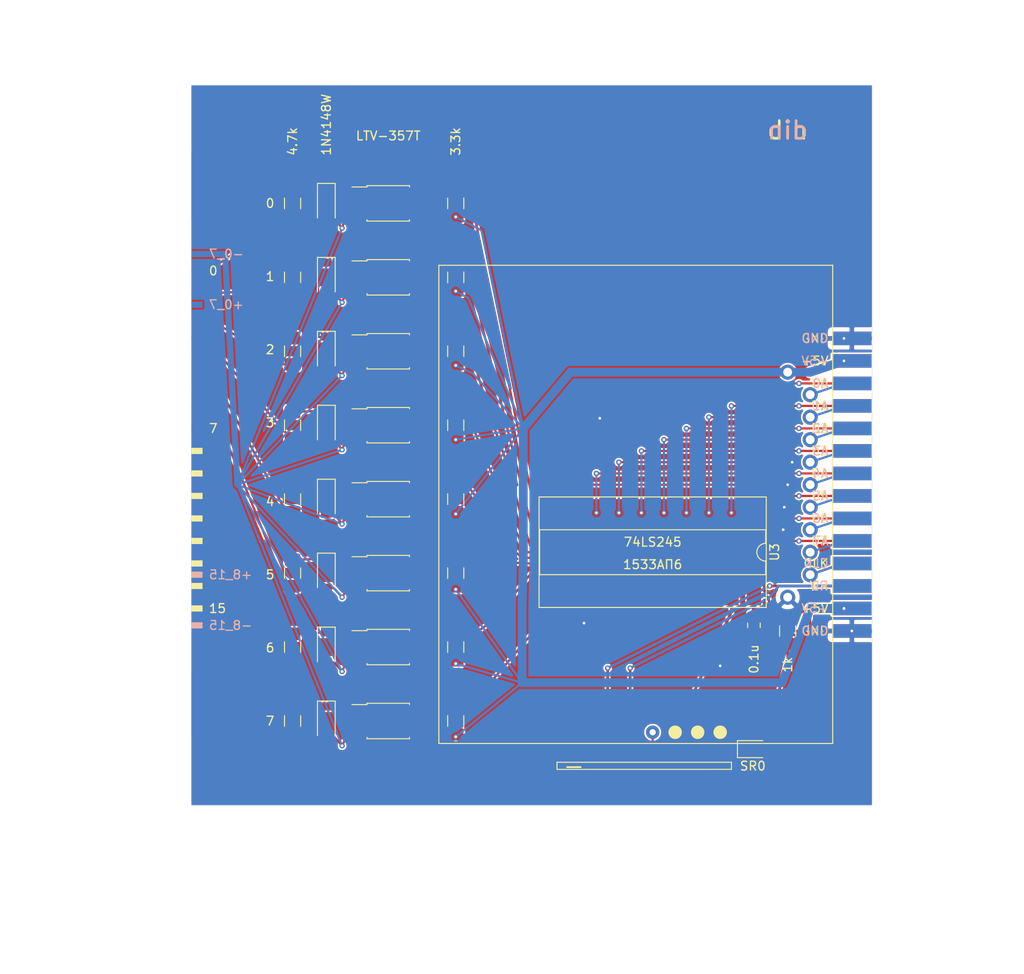
<source format=kicad_pcb>
(kicad_pcb (version 20171130) (host pcbnew 5.1.5+dfsg1-2build2)
  (layers (0 F.Cu signal) (31 B.Cu signal) (34 B.Paste user) (35 F.Paste user) (36 B.SilkS user) (37 F.SilkS user) (38 B.Mask user) (39 F.Mask user) (44 Edge.Cuts user))
  (net 0 "")
  (net 1 +5V)
  (net 2 GND)
  (net 3 IN1)
  (net 4 IN2)
  (net 5 IN3)
  (net 6 IN4)
  (net 7 IN5)
  (net 8 IN6)
  (net 9 IN7)
  (net 10 A7)
  (net 11 A6)
  (net 12 A5)
  (net 13 A4)
  (net 14 A3)
  (net 15 A2)
  (net 16 A1)
  (net 17 IN0)
  (net 18 CLK)
  (net 19 D7)
  (net 20 D6)
  (net 21 D5)
  (net 22 D4)
  (net 23 D3)
  (net 24 D2)
  (net 25 D1)
  (net 26 D0)
  (net 27 A0)
  (net 28 GND0_7)
  (net 29 INL0)
  (net 30 INL1)
  (net 31 INL2)
  (net 32 INL3)
  (net 33 INL4)
  (net 34 INL5)
  (net 35 INL6)
  (net 36 INL7)
  (net 37 WR)
  (net 38 RD)
  (net 39 SR0)
  (net 40 "Net-(D1-Pad2)")
  (net 41 S0)
  (net 42 "Net-(J1-Pad20)")
  (net 43 "Net-(J1-Pad19)")
  (net 44 "Net-(J1-Pad18)")
  (net 45 "Net-(J1-Pad16)")
  (net 46 "Net-(J1-Pad15)")
  (net 47 "Net-(J1-Pad14)")
  (net 48 "Net-(J1-Pad13)")
  (net 49 "Net-(J1-Pad12)")
  (net 50 "Net-(J1-Pad11)")
  (net 51 "Net-(J1-Pad10)")
  (net 52 "Net-(J1-Pad9)")
  (net 53 "Net-(J3-Pad15)")
  (net 54 "Net-(J3-Pad13)")
  (net 55 "Net-(J3-Pad14)")
  (net 56 "Net-(D2-Pad1)")
  (net 57 "Net-(D3-Pad1)")
  (net 58 "Net-(D4-Pad1)")
  (net 59 "Net-(D5-Pad1)")
  (net 60 "Net-(D6-Pad1)")
  (net 61 "Net-(D7-Pad1)")
  (net 62 "Net-(D8-Pad1)")
  (net 63 "Net-(D9-Pad1)")
  (module Diode_SMD:D_SOD-123 (layer F.Cu) (at 49.53 102.235 270)
    (fp_text reference D9 hide)
    (fp_text value 1N4148W hide)
    (pad 2 smd rect (at 1.65 0 270) (size 0.9 1.2) (layers F.Cu F.Paste F.Mask) (net 28 GND0_7))
    (pad 1 smd rect (at -1.65 0 270) (size 0.9 1.2) (layers F.Cu F.Paste F.Mask) (net 63 "Net-(D9-Pad1)"))
  )
  (module Diode_SMD:D_SOD-123 (layer F.Cu) (at 49.53 93.889284 270)
    (fp_text reference D8 hide)
    (fp_text value 1N4148W hide)
    (pad 2 smd rect (at 1.65 0 270) (size 0.9 1.2) (layers F.Cu F.Paste F.Mask) (net 28 GND0_7))
    (pad 1 smd rect (at -1.65 0 270) (size 0.9 1.2) (layers F.Cu F.Paste F.Mask) (net 62 "Net-(D8-Pad1)"))
  )
  (module Diode_SMD:D_SOD-123 (layer F.Cu) (at 49.53 85.54357 270)
    (fp_text reference D7 hide)
    (fp_text value 1N4148W hide)
    (pad 2 smd rect (at 1.65 0 270) (size 0.9 1.2) (layers F.Cu F.Paste F.Mask) (net 28 GND0_7))
    (pad 1 smd rect (at -1.65 0 270) (size 0.9 1.2) (layers F.Cu F.Paste F.Mask) (net 61 "Net-(D7-Pad1)"))
  )
  (module Diode_SMD:D_SOD-123 (layer F.Cu) (at 49.53 77.197856 270)
    (fp_text reference D6 hide)
    (fp_text value 1N4148W hide)
    (pad 2 smd rect (at 1.65 0 270) (size 0.9 1.2) (layers F.Cu F.Paste F.Mask) (net 28 GND0_7))
    (pad 1 smd rect (at -1.65 0 270) (size 0.9 1.2) (layers F.Cu F.Paste F.Mask) (net 60 "Net-(D6-Pad1)"))
  )
  (module Diode_SMD:D_SOD-123 (layer F.Cu) (at 49.53 68.852142 270)
    (fp_text reference D5 hide)
    (fp_text value 1N4148W hide)
    (pad 2 smd rect (at 1.65 0 270) (size 0.9 1.2) (layers F.Cu F.Paste F.Mask) (net 28 GND0_7))
    (pad 1 smd rect (at -1.65 0 270) (size 0.9 1.2) (layers F.Cu F.Paste F.Mask) (net 59 "Net-(D5-Pad1)"))
  )
  (module Diode_SMD:D_SOD-123 (layer F.Cu) (at 49.53 60.506428 270)
    (fp_text reference D4 hide)
    (fp_text value 1N4148W hide)
    (pad 2 smd rect (at 1.65 0 270) (size 0.9 1.2) (layers F.Cu F.Paste F.Mask) (net 28 GND0_7))
    (pad 1 smd rect (at -1.65 0 270) (size 0.9 1.2) (layers F.Cu F.Paste F.Mask) (net 58 "Net-(D4-Pad1)"))
  )
  (module Diode_SMD:D_SOD-123 (layer F.Cu) (at 49.53 52.160714 270)
    (fp_text reference D3 hide)
    (fp_text value 1N4148W hide)
    (pad 2 smd rect (at 1.65 0 270) (size 0.9 1.2) (layers F.Cu F.Paste F.Mask) (net 28 GND0_7))
    (pad 1 smd rect (at -1.65 0 270) (size 0.9 1.2) (layers F.Cu F.Paste F.Mask) (net 57 "Net-(D3-Pad1)"))
  )
  (module Diode_SMD:D_SOD-123 (layer F.Cu) (at 49.53 43.815 270)
    (fp_text reference D2 hide)
    (fp_text value 1N4148W (at -8.89 0 90) (layer F.SilkS))
    (pad 2 smd rect (at 1.65 0 270) (size 0.9 1.2) (layers F.Cu F.Paste F.Mask) (net 28 GND0_7))
    (pad 1 smd rect (at -1.65 0 270) (size 0.9 1.2) (layers F.Cu F.Paste F.Mask) (net 56 "Net-(D2-Pad1)"))
  )
  (module plc88:fm16_im (layer F.Cu) (at 37.465 42.545)
    (fp_text reference J1 hide)
    (fp_text value fm16_i hide)
    (fp_text user 15 (at -1.27 46.99) (layer F.SilkS) (effects (justify left)))
    (fp_text user 7 (at -1.27 26.67) (layer F.SilkS) (effects (justify left)))
    (fp_text user 0 (at -1.27 8.89) (layer F.SilkS) (effects (justify left)))
    (fp_text user -8_15 (at -1.27 48.895) (layer B.SilkS) (effects (justify right mirror)))
    (fp_text user +8_15 (at -1.27 43.18) (layer B.SilkS) (effects (justify right mirror)))
    (fp_text user -0_7 (at -1.27 6.985) (layer B.SilkS) (effects (justify right mirror)))
    (fp_text user +0_7 (at -1.27 12.7) (layer B.SilkS) (effects (justify right mirror)))
    (pad 25 smd rect (at -2.54 57.785) (size 1.27 7.62) (layers F.Cu F.Paste F.Mask) (net 2 GND))
    (pad 24 smd rect (at -2.54 -0.635) (size 1.27 7.62) (layers F.Cu F.Paste F.Mask) (net 2 GND))
    (pad 23 smd rect (at -2.54 57.785) (size 1.27 7.62) (layers B.Cu B.Paste B.Mask) (net 2 GND))
    (pad 22 smd rect (at -2.54 28.575) (size 1.27 7.62) (layers B.Cu B.Paste B.Mask) (net 2 GND))
    (pad 21 smd rect (at -2.54 -0.635) (size 1.27 7.62) (layers B.Cu B.Paste B.Mask) (net 2 GND))
    (pad 20 smd rect (at -2.54 48.895) (size 1.27 0.7) (layers B.SilkS) (net 42 "Net-(J1-Pad20)"))
    (pad 19 smd rect (at -2.54 43.18) (size 1.27 0.7) (layers B.SilkS) (net 43 "Net-(J1-Pad19)"))
    (pad 18 smd rect (at -2.54 12.7) (size 1.27 0.7) (layers B.Cu B.Paste B.Mask) (net 44 "Net-(J1-Pad18)"))
    (pad 17 smd rect (at -2.54 6.985) (size 1.27 0.7) (layers B.Cu B.Paste B.Mask) (net 28 GND0_7))
    (pad 16 smd rect (at -2.54 46.99) (size 1.27 0.7) (layers F.SilkS) (net 45 "Net-(J1-Pad16)"))
    (pad 15 smd rect (at -2.54 44.45) (size 1.27 0.7) (layers F.SilkS) (net 46 "Net-(J1-Pad15)"))
    (pad 14 smd rect (at -2.54 41.91) (size 1.27 0.7) (layers F.SilkS) (net 47 "Net-(J1-Pad14)"))
    (pad 13 smd rect (at -2.54 39.37) (size 1.27 0.7) (layers F.SilkS) (net 48 "Net-(J1-Pad13)"))
    (pad 12 smd rect (at -2.54 36.83) (size 1.27 0.7) (layers F.SilkS) (net 49 "Net-(J1-Pad12)"))
    (pad 11 smd rect (at -2.54 34.29) (size 1.27 0.7) (layers F.SilkS) (net 50 "Net-(J1-Pad11)"))
    (pad 10 smd rect (at -2.54 31.75) (size 1.27 0.7) (layers F.SilkS) (net 51 "Net-(J1-Pad10)"))
    (pad 9 smd rect (at -2.54 29.21) (size 1.27 0.7) (layers F.SilkS) (net 52 "Net-(J1-Pad9)"))
    (pad 8 smd rect (at -2.54 26.67) (size 1.27 0.7) (layers F.Cu F.Paste F.Mask) (net 9 IN7))
    (pad 7 smd rect (at -2.54 24.13) (size 1.27 0.7) (layers F.Cu F.Paste F.Mask) (net 8 IN6))
    (pad 6 smd rect (at -2.54 21.59) (size 1.27 0.7) (layers F.Cu F.Paste F.Mask) (net 7 IN5))
    (pad 5 smd rect (at -2.54 19.05) (size 1.27 0.7) (layers F.Cu F.Paste F.Mask) (net 6 IN4))
    (pad 4 smd rect (at -2.54 16.51) (size 1.27 0.7) (layers F.Cu F.Paste F.Mask) (net 5 IN3))
    (pad 3 smd rect (at -2.54 13.97) (size 1.27 0.7) (layers F.Cu F.Paste F.Mask) (net 4 IN2))
    (pad 2 smd rect (at -2.54 11.43) (size 1.27 0.7) (layers F.Cu F.Paste F.Mask) (net 3 IN1))
    (pad 1 smd rect (at -2.54 8.89) (size 1.27 0.7) (layers F.Cu F.Paste F.Mask) (net 17 IN0))
  )
  (module plc88:wrs_i (layer F.Cu) (at 84.455 105.791)
    (fp_text reference J19 hide)
    (fp_text value wrs_i hide)
    (pad 6 smd rect (at 8.89 2.54) (size 1.27 1.27) (layers F.Cu F.Paste F.Mask) (net 1 +5V))
    (pad 5 smd rect (at 4.445 2.54) (size 1.27 1.27) (layers F.Cu F.Paste F.Mask) (net 39 SR0))
    (pad 4 smd rect (at 1.905 2.54) (size 1.27 1.27) (layers F.Cu F.Paste F.Mask) (net 41 S0))
    (pad 3 smd rect (at -0.635 2.54) (size 1.27 1.27) (layers F.Cu F.Paste F.Mask) (net 38 RD))
    (pad 2 smd rect (at -3.175 2.54) (size 1.27 1.27) (layers F.Cu F.Paste F.Mask) (net 37 WR))
    (pad 1 smd rect (at -6.985 2.54) (size 1.27 1.27) (layers F.Cu F.Paste F.Mask) (net 2 GND))
  )
  (module plc88:selector4_i (layer F.Cu) (at 101.6 62.865)
    (fp_text reference J3 hide)
    (fp_text value selector4_i hide)
    (pad 13 smd circle (at -12.7 40.64) (size 1.524 1.524) (layers F.SilkS) (net 54 "Net-(J3-Pad13)"))
    (pad 12 thru_hole circle (at -15.24 40.64) (size 1.524 1.524) (drill 0.7) (layers *.Cu *.Mask) (net 41 S0))
    (pad 15 smd circle (at -7.62 40.64) (size 1.524 1.524) (layers F.SilkS) (net 53 "Net-(J3-Pad15)"))
    (pad 14 smd circle (at -10.16 40.64) (size 1.524 1.524) (layers F.SilkS) (net 55 "Net-(J3-Pad14)"))
    (pad 11 thru_hole circle (at 0 25.4) (size 1.7 1.7) (drill 1) (layers *.Cu *.Mask) (net 2 GND))
    (pad 10 thru_hole circle (at 2.54 22.86) (size 1.7 1.7) (drill 1) (layers *.Cu *.Mask) (net 18 CLK))
    (pad 9 thru_hole circle (at 2.54 20.32) (size 1.7 1.7) (drill 1) (layers *.Cu *.Mask) (net 10 A7))
    (pad 8 thru_hole circle (at 2.54 17.78) (size 1.7 1.7) (drill 1) (layers *.Cu *.Mask) (net 11 A6))
    (pad 7 thru_hole circle (at 2.54 15.24) (size 1.7 1.7) (drill 1) (layers *.Cu *.Mask) (net 12 A5))
    (pad 6 thru_hole circle (at 2.54 12.7) (size 1.7 1.7) (drill 1) (layers *.Cu *.Mask) (net 13 A4))
    (pad 5 thru_hole circle (at 2.54 10.16) (size 1.7 1.7) (drill 1) (layers *.Cu *.Mask) (net 14 A3))
    (pad 4 thru_hole circle (at 2.54 7.62) (size 1.7 1.7) (drill 1) (layers *.Cu *.Mask) (net 15 A2))
    (pad 3 thru_hole circle (at 2.54 5.08) (size 1.7 1.7) (drill 1) (layers *.Cu *.Mask) (net 16 A1))
    (pad 2 thru_hole circle (at 2.54 2.54) (size 1.7 1.7) (drill 1) (layers *.Cu *.Mask) (net 27 A0))
    (pad 1 thru_hole circle (at 0 0) (size 1.7 1.7) (drill 1) (layers *.Cu *.Mask) (net 1 +5V))
  )
  (module 1my_elements:Bus88_2x14 (layer F.Cu) (at 108.839 59.055)
    (fp_text reference J2 hide)
    (fp_text value Bus88_2x14 hide)
    (fp_text user WR (at -2.54 27.94) (layer F.SilkS) (effects (justify right)))
    (fp_text user RD (at -2.54 27.94) (layer B.SilkS) (effects (justify left mirror)))
    (fp_text user GND (at -2.54 0) (layer B.SilkS) (effects (justify left mirror)))
    (fp_text user +5V (at -2.54 2.54) (layer B.SilkS) (effects (justify left mirror)))
    (fp_text user GND (at -2.54 33.02) (layer B.SilkS) (effects (justify left mirror)))
    (fp_text user +5V (at -2.54 30.48) (layer B.SilkS) (effects (justify left mirror)))
    (fp_text user CLK (at -2.54 25.4) (layer B.SilkS) (effects (justify left mirror)))
    (fp_text user A7 (at -2.54 22.86) (layer B.SilkS) (effects (justify left mirror)))
    (fp_text user A6 (at -2.54 20.32) (layer B.SilkS) (effects (justify left mirror)))
    (fp_text user A5 (at -2.54 17.78) (layer B.SilkS) (effects (justify left mirror)))
    (fp_text user A4 (at -2.54 15.24) (layer B.SilkS) (effects (justify left mirror)))
    (fp_text user A3 (at -2.54 12.7) (layer B.SilkS) (effects (justify left mirror)))
    (fp_text user A2 (at -2.54 10.16) (layer B.SilkS) (effects (justify left mirror)))
    (fp_text user A1 (at -2.54 7.62) (layer B.SilkS) (effects (justify left mirror)))
    (fp_text user A0 (at -2.54 5.08) (layer B.SilkS) (effects (justify left mirror)))
    (fp_text user D7 (at -2.54 22.86) (layer F.SilkS) (effects (justify right)))
    (fp_text user CLK (at -2.54 25.4) (layer F.SilkS) (effects (justify right)))
    (fp_text user +5V (at -2.54 30.48) (layer F.SilkS) (effects (justify right)))
    (fp_text user GND (at -2.54 33.02) (layer F.SilkS) (effects (justify right)))
    (fp_text user D6 (at -2.54 20.32) (layer F.SilkS) (effects (justify right)))
    (fp_text user D5 (at -2.54 17.78) (layer F.SilkS) (effects (justify right)))
    (fp_text user D4 (at -2.54 15.24) (layer F.SilkS) (effects (justify right)))
    (fp_text user D3 (at -2.54 12.7) (layer F.SilkS) (effects (justify right)))
    (fp_text user D2 (at -2.54 10.16) (layer F.SilkS) (effects (justify right)))
    (fp_text user D1 (at -2.54 7.62) (layer F.SilkS) (effects (justify right)))
    (fp_text user D0 (at -2.54 5.08) (layer F.SilkS) (effects (justify right)))
    (fp_text user +5V (at -2.54 2.54) (layer F.SilkS) (effects (justify right)))
    (fp_text user GND (at -2.54 0) (layer F.SilkS) (effects (justify right)))
    (pad 24 smd rect (at 0 27.94) (size 4.445 1.524) (layers F.Cu F.Paste F.Mask) (net 37 WR))
    (pad 23 smd rect (at 0 27.94) (size 4.445 1.524) (layers B.Cu B.Paste B.Mask) (net 38 RD))
    (pad 28 smd rect (at 0 33.02) (size 4.445 1.524) (layers F.Cu F.Paste F.Mask) (net 2 GND))
    (pad 26 smd rect (at 0 30.48) (size 4.445 1.524) (layers F.Cu F.Paste F.Mask) (net 1 +5V))
    (pad 22 smd rect (at 0 25.4) (size 4.445 1.524) (layers F.Cu F.Paste F.Mask) (net 18 CLK))
    (pad 20 smd rect (at 0 22.86) (size 4.445 1.524) (layers F.Cu F.Paste F.Mask) (net 19 D7))
    (pad 18 smd rect (at 0 20.32) (size 4.445 1.524) (layers F.Cu F.Paste F.Mask) (net 20 D6))
    (pad 16 smd rect (at 0 17.78) (size 4.445 1.524) (layers F.Cu F.Paste F.Mask) (net 21 D5))
    (pad 14 smd rect (at 0 15.24) (size 4.445 1.524) (layers F.Cu F.Paste F.Mask) (net 22 D4))
    (pad 12 smd rect (at 0 12.7) (size 4.445 1.524) (layers F.Cu F.Paste F.Mask) (net 23 D3))
    (pad 10 smd rect (at 0 10.16) (size 4.445 1.524) (layers F.Cu F.Paste F.Mask) (net 24 D2))
    (pad 8 smd rect (at 0 7.62) (size 4.445 1.524) (layers F.Cu F.Paste F.Mask) (net 25 D1))
    (pad 6 smd rect (at 0 5.08) (size 4.445 1.524) (layers F.Cu F.Paste F.Mask) (net 26 D0))
    (pad 4 smd rect (at 0 2.54) (size 4.445 1.524) (layers F.Cu F.Paste F.Mask) (net 1 +5V))
    (pad 2 smd rect (at 0 0) (size 4.445 1.524) (layers F.Cu F.Paste F.Mask) (net 2 GND))
    (pad 9 smd rect (at 0 10.16) (size 4.445 1.524) (layers B.Cu B.Paste B.Mask) (net 15 A2))
    (pad 27 smd rect (at 0 33.02) (size 4.445 1.524) (layers B.Cu B.Paste B.Mask) (net 2 GND))
    (pad 25 smd rect (at 0 30.48) (size 4.445 1.524) (layers B.Cu B.Paste B.Mask) (net 1 +5V))
    (pad 21 smd rect (at 0 25.4) (size 4.445 1.524) (layers B.Cu B.Paste B.Mask) (net 18 CLK))
    (pad 19 smd rect (at 0 22.86) (size 4.445 1.524) (layers B.Cu B.Paste B.Mask) (net 10 A7))
    (pad 17 smd rect (at 0 20.32) (size 4.445 1.524) (layers B.Cu B.Paste B.Mask) (net 11 A6))
    (pad 15 smd rect (at 0 17.78) (size 4.445 1.524) (layers B.Cu B.Paste B.Mask) (net 12 A5))
    (pad 13 smd rect (at 0 15.24) (size 4.445 1.524) (layers B.Cu B.Paste B.Mask) (net 13 A4))
    (pad 11 smd rect (at 0 12.7) (size 4.445 1.524) (layers B.Cu B.Paste B.Mask) (net 14 A3))
    (pad 7 smd rect (at 0 7.62) (size 4.445 1.524) (layers B.Cu B.Paste B.Mask) (net 16 A1))
    (pad 5 smd rect (at 0 5.08) (size 4.445 1.524) (layers B.Cu B.Paste B.Mask) (net 27 A0))
    (pad 3 smd rect (at 0 2.54) (size 4.445 1.524) (layers B.Cu B.Paste B.Mask) (net 1 +5V))
    (pad 1 smd rect (at 0 0) (size 4.445 1.524) (layers B.Cu B.Paste B.Mask) (net 2 GND))
  )
  (module Resistor_SMD:R_1206_3216Metric_Pad1.42x1.75mm_HandSolder (layer F.Cu) (at 101.6 92.075 270)
    (fp_text reference R17 hide)
    (fp_text value 1k (at 3.81 0 90) (layer F.SilkS))
    (pad 2 smd roundrect (at 1.4875 0 270) (size 1.425 1.75) (layers F.Cu F.Paste F.Mask) (roundrect_rratio 0.175439) (net 40 "Net-(D1-Pad2)"))
    (pad 1 smd roundrect (at -1.4875 0 270) (size 1.425 1.75) (layers F.Cu F.Paste F.Mask) (roundrect_rratio 0.175439) (net 1 +5V))
  )
  (module LED_SMD:LED_0805_2012Metric_Pad1.15x1.40mm_HandSolder (layer F.Cu) (at 97.79 105.41)
    (fp_text reference D1 hide)
    (fp_text value SR0 (at -0.127 1.905) (layer F.SilkS))
    (pad 2 smd roundrect (at 1.025 0) (size 1.15 1.4) (layers F.Cu F.Paste F.Mask) (roundrect_rratio 0.217391) (net 40 "Net-(D1-Pad2)"))
    (pad 1 smd roundrect (at -1.025 0) (size 1.15 1.4) (layers F.Cu F.Paste F.Mask) (roundrect_rratio 0.217391) (net 39 SR0))
  )
  (module Package_DIP:DIP-20_W8.89mm_SMDSocket_LongPads (layer F.Cu) (at 86.36 83.185 270)
    (fp_text reference U3 (at 0 -13.76 90) (layer F.SilkS))
    (fp_text value 74LS245 (at -1.143 0 180) (layer F.SilkS))
    (fp_text user 1533АП6 (at 1.397 0) (layer F.SilkS))
    (pad 20 smd rect (at 4.445 -11.43 270) (size 3.1 1.6) (layers F.Cu F.Paste F.Mask) (net 1 +5V))
    (pad 10 smd rect (at -4.445 11.43 270) (size 3.1 1.6) (layers F.Cu F.Paste F.Mask) (net 2 GND))
    (pad 19 smd rect (at 4.445 -8.89 270) (size 3.1 1.6) (layers F.Cu F.Paste F.Mask) (net 39 SR0))
    (pad 9 smd rect (at -4.445 8.89 270) (size 3.1 1.6) (layers F.Cu F.Paste F.Mask) (net 19 D7))
    (pad 18 smd rect (at 4.445 -6.35 270) (size 3.1 1.6) (layers F.Cu F.Paste F.Mask) (net 29 INL0))
    (pad 8 smd rect (at -4.445 6.35 270) (size 3.1 1.6) (layers F.Cu F.Paste F.Mask) (net 20 D6))
    (pad 17 smd rect (at 4.445 -3.81 270) (size 3.1 1.6) (layers F.Cu F.Paste F.Mask) (net 30 INL1))
    (pad 7 smd rect (at -4.445 3.81 270) (size 3.1 1.6) (layers F.Cu F.Paste F.Mask) (net 21 D5))
    (pad 16 smd rect (at 4.445 -1.27 270) (size 3.1 1.6) (layers F.Cu F.Paste F.Mask) (net 31 INL2))
    (pad 6 smd rect (at -4.445 1.27 270) (size 3.1 1.6) (layers F.Cu F.Paste F.Mask) (net 22 D4))
    (pad 15 smd rect (at 4.445 1.27 270) (size 3.1 1.6) (layers F.Cu F.Paste F.Mask) (net 32 INL3))
    (pad 5 smd rect (at -4.445 -1.27 270) (size 3.1 1.6) (layers F.Cu F.Paste F.Mask) (net 23 D3))
    (pad 14 smd rect (at 4.445 3.81 270) (size 3.1 1.6) (layers F.Cu F.Paste F.Mask) (net 33 INL4))
    (pad 4 smd rect (at -4.445 -3.81 270) (size 3.1 1.6) (layers F.Cu F.Paste F.Mask) (net 24 D2))
    (pad 13 smd rect (at 4.445 6.35 270) (size 3.1 1.6) (layers F.Cu F.Paste F.Mask) (net 34 INL5))
    (pad 3 smd rect (at -4.445 -6.35 270) (size 3.1 1.6) (layers F.Cu F.Paste F.Mask) (net 25 D1))
    (pad 12 smd rect (at 4.445 8.89 270) (size 3.1 1.6) (layers F.Cu F.Paste F.Mask) (net 35 INL6))
    (pad 2 smd rect (at -4.445 -8.89 270) (size 3.1 1.6) (layers F.Cu F.Paste F.Mask) (net 26 D0))
    (pad 11 smd rect (at 4.445 11.43 270) (size 3.1 1.6) (layers F.Cu F.Paste F.Mask) (net 36 INL7))
    (pad 1 smd rect (at -4.445 -11.43 270) (size 3.1 1.6) (layers F.Cu F.Paste F.Mask) (net 2 GND))
  )
  (module Resistor_SMD:R_1206_3216Metric_Pad1.42x1.75mm_HandSolder (layer F.Cu) (at 45.72 102.235 90)
    (fp_text reference R16 hide)
    (fp_text value 4.7k hide)
    (pad 2 smd roundrect (at 1.4875 0 90) (size 1.425 1.75) (layers F.Cu F.Paste F.Mask) (roundrect_rratio 0.175439) (net 63 "Net-(D9-Pad1)"))
    (pad 1 smd roundrect (at -1.4875 0 90) (size 1.425 1.75) (layers F.Cu F.Paste F.Mask) (roundrect_rratio 0.175439) (net 9 IN7))
  )
  (module Resistor_SMD:R_1206_3216Metric_Pad1.42x1.75mm_HandSolder (layer F.Cu) (at 64.135 102.235 270)
    (fp_text reference R15 hide)
    (fp_text value 3.3k hide)
    (pad 2 smd roundrect (at 1.4875 0 270) (size 1.425 1.75) (layers F.Cu F.Paste F.Mask) (roundrect_rratio 0.175439) (net 1 +5V))
    (pad 1 smd roundrect (at -1.4875 0 270) (size 1.425 1.75) (layers F.Cu F.Paste F.Mask) (roundrect_rratio 0.175439) (net 36 INL7))
  )
  (module Resistor_SMD:R_1206_3216Metric_Pad1.42x1.75mm_HandSolder (layer F.Cu) (at 45.72 93.889284 90)
    (fp_text reference R14 hide)
    (fp_text value 4.7k hide)
    (pad 2 smd roundrect (at 1.4875 0 90) (size 1.425 1.75) (layers F.Cu F.Paste F.Mask) (roundrect_rratio 0.175439) (net 62 "Net-(D8-Pad1)"))
    (pad 1 smd roundrect (at -1.4875 0 90) (size 1.425 1.75) (layers F.Cu F.Paste F.Mask) (roundrect_rratio 0.175439) (net 8 IN6))
  )
  (module Resistor_SMD:R_1206_3216Metric_Pad1.42x1.75mm_HandSolder (layer F.Cu) (at 64.135 93.889284 270)
    (fp_text reference R13 hide)
    (fp_text value 3.3k hide)
    (pad 2 smd roundrect (at 1.4875 0 270) (size 1.425 1.75) (layers F.Cu F.Paste F.Mask) (roundrect_rratio 0.175439) (net 1 +5V))
    (pad 1 smd roundrect (at -1.4875 0 270) (size 1.425 1.75) (layers F.Cu F.Paste F.Mask) (roundrect_rratio 0.175439) (net 35 INL6))
  )
  (module Resistor_SMD:R_1206_3216Metric_Pad1.42x1.75mm_HandSolder (layer F.Cu) (at 45.72 85.54357 90)
    (fp_text reference R12 hide)
    (fp_text value 4.7k hide)
    (pad 2 smd roundrect (at 1.4875 0 90) (size 1.425 1.75) (layers F.Cu F.Paste F.Mask) (roundrect_rratio 0.175439) (net 61 "Net-(D7-Pad1)"))
    (pad 1 smd roundrect (at -1.4875 0 90) (size 1.425 1.75) (layers F.Cu F.Paste F.Mask) (roundrect_rratio 0.175439) (net 7 IN5))
  )
  (module Resistor_SMD:R_1206_3216Metric_Pad1.42x1.75mm_HandSolder (layer F.Cu) (at 64.135 85.54357 270)
    (fp_text reference R11 hide)
    (fp_text value 3.3k hide)
    (pad 2 smd roundrect (at 1.4875 0 270) (size 1.425 1.75) (layers F.Cu F.Paste F.Mask) (roundrect_rratio 0.175439) (net 1 +5V))
    (pad 1 smd roundrect (at -1.4875 0 270) (size 1.425 1.75) (layers F.Cu F.Paste F.Mask) (roundrect_rratio 0.175439) (net 34 INL5))
  )
  (module Resistor_SMD:R_1206_3216Metric_Pad1.42x1.75mm_HandSolder (layer F.Cu) (at 45.72 77.197856 90)
    (fp_text reference R10 hide)
    (fp_text value 4.7k hide)
    (pad 2 smd roundrect (at 1.4875 0 90) (size 1.425 1.75) (layers F.Cu F.Paste F.Mask) (roundrect_rratio 0.175439) (net 60 "Net-(D6-Pad1)"))
    (pad 1 smd roundrect (at -1.4875 0 90) (size 1.425 1.75) (layers F.Cu F.Paste F.Mask) (roundrect_rratio 0.175439) (net 6 IN4))
  )
  (module Resistor_SMD:R_1206_3216Metric_Pad1.42x1.75mm_HandSolder (layer F.Cu) (at 64.135 77.197856 270)
    (fp_text reference R9 hide)
    (fp_text value 3.3k hide)
    (pad 2 smd roundrect (at 1.4875 0 270) (size 1.425 1.75) (layers F.Cu F.Paste F.Mask) (roundrect_rratio 0.175439) (net 1 +5V))
    (pad 1 smd roundrect (at -1.4875 0 270) (size 1.425 1.75) (layers F.Cu F.Paste F.Mask) (roundrect_rratio 0.175439) (net 33 INL4))
  )
  (module Resistor_SMD:R_1206_3216Metric_Pad1.42x1.75mm_HandSolder (layer F.Cu) (at 45.72 68.852142 90)
    (fp_text reference R8 hide)
    (fp_text value 4.7k hide)
    (pad 2 smd roundrect (at 1.4875 0 90) (size 1.425 1.75) (layers F.Cu F.Paste F.Mask) (roundrect_rratio 0.175439) (net 59 "Net-(D5-Pad1)"))
    (pad 1 smd roundrect (at -1.4875 0 90) (size 1.425 1.75) (layers F.Cu F.Paste F.Mask) (roundrect_rratio 0.175439) (net 5 IN3))
  )
  (module Resistor_SMD:R_1206_3216Metric_Pad1.42x1.75mm_HandSolder (layer F.Cu) (at 64.135 68.852142 270)
    (fp_text reference R7 hide)
    (fp_text value 3.3k hide)
    (pad 2 smd roundrect (at 1.4875 0 270) (size 1.425 1.75) (layers F.Cu F.Paste F.Mask) (roundrect_rratio 0.175439) (net 1 +5V))
    (pad 1 smd roundrect (at -1.4875 0 270) (size 1.425 1.75) (layers F.Cu F.Paste F.Mask) (roundrect_rratio 0.175439) (net 32 INL3))
  )
  (module Resistor_SMD:R_1206_3216Metric_Pad1.42x1.75mm_HandSolder (layer F.Cu) (at 45.72 60.506428 90)
    (fp_text reference R6 hide)
    (fp_text value 4.7k hide)
    (pad 2 smd roundrect (at 1.4875 0 90) (size 1.425 1.75) (layers F.Cu F.Paste F.Mask) (roundrect_rratio 0.175439) (net 58 "Net-(D4-Pad1)"))
    (pad 1 smd roundrect (at -1.4875 0 90) (size 1.425 1.75) (layers F.Cu F.Paste F.Mask) (roundrect_rratio 0.175439) (net 4 IN2))
  )
  (module Resistor_SMD:R_1206_3216Metric_Pad1.42x1.75mm_HandSolder (layer F.Cu) (at 64.135 60.506428 270)
    (fp_text reference R5 hide)
    (fp_text value 3.3k hide)
    (pad 2 smd roundrect (at 1.4875 0 270) (size 1.425 1.75) (layers F.Cu F.Paste F.Mask) (roundrect_rratio 0.175439) (net 1 +5V))
    (pad 1 smd roundrect (at -1.4875 0 270) (size 1.425 1.75) (layers F.Cu F.Paste F.Mask) (roundrect_rratio 0.175439) (net 31 INL2))
  )
  (module Resistor_SMD:R_1206_3216Metric_Pad1.42x1.75mm_HandSolder (layer F.Cu) (at 45.72 52.160714 90)
    (fp_text reference R4 hide)
    (fp_text value 4.7k hide)
    (pad 2 smd roundrect (at 1.4875 0 90) (size 1.425 1.75) (layers F.Cu F.Paste F.Mask) (roundrect_rratio 0.175439) (net 57 "Net-(D3-Pad1)"))
    (pad 1 smd roundrect (at -1.4875 0 90) (size 1.425 1.75) (layers F.Cu F.Paste F.Mask) (roundrect_rratio 0.175439) (net 3 IN1))
  )
  (module Resistor_SMD:R_1206_3216Metric_Pad1.42x1.75mm_HandSolder (layer F.Cu) (at 64.135 52.160714 270)
    (fp_text reference R3 hide)
    (fp_text value 3.3k hide)
    (pad 2 smd roundrect (at 1.4875 0 270) (size 1.425 1.75) (layers F.Cu F.Paste F.Mask) (roundrect_rratio 0.175439) (net 1 +5V))
    (pad 1 smd roundrect (at -1.4875 0 270) (size 1.425 1.75) (layers F.Cu F.Paste F.Mask) (roundrect_rratio 0.175439) (net 30 INL1))
  )
  (module Resistor_SMD:R_1206_3216Metric_Pad1.42x1.75mm_HandSolder (layer F.Cu) (at 45.72 43.815 90)
    (fp_text reference R2 hide)
    (fp_text value 4.7k (at 6.985 0 270) (layer F.SilkS))
    (pad 2 smd roundrect (at 1.4875 0 90) (size 1.425 1.75) (layers F.Cu F.Paste F.Mask) (roundrect_rratio 0.175439) (net 56 "Net-(D2-Pad1)"))
    (pad 1 smd roundrect (at -1.4875 0 90) (size 1.425 1.75) (layers F.Cu F.Paste F.Mask) (roundrect_rratio 0.175439) (net 17 IN0))
  )
  (module Resistor_SMD:R_1206_3216Metric_Pad1.42x1.75mm_HandSolder (layer F.Cu) (at 64.135 43.815 270)
    (fp_text reference R1 hide)
    (fp_text value 3.3k (at -6.985 0 90) (layer F.SilkS))
    (pad 2 smd roundrect (at 1.4875 0 270) (size 1.425 1.75) (layers F.Cu F.Paste F.Mask) (roundrect_rratio 0.175439) (net 1 +5V))
    (pad 1 smd roundrect (at -1.4875 0 270) (size 1.425 1.75) (layers F.Cu F.Paste F.Mask) (roundrect_rratio 0.175439) (net 29 INL0))
  )
  (module Package_SO:SO-4_4.4x3.6mm_P2.54mm (layer F.Cu) (at 56.515 43.815)
    (fp_text reference U1 hide)
    (fp_text value LTV-357T (at 0 -7.62) (layer F.SilkS))
    (pad 4 smd rect (at 3.15 -1.27) (size 2 0.64) (layers F.Cu F.Paste F.Mask) (net 29 INL0))
    (pad 3 smd rect (at 3.15 1.27) (size 2 0.64) (layers F.Cu F.Paste F.Mask) (net 2 GND))
    (pad 2 smd rect (at -3.15 1.27) (size 2 0.64) (layers F.Cu F.Paste F.Mask) (net 28 GND0_7))
    (pad 1 smd rect (at -3.15 -1.27) (size 2 0.64) (layers F.Cu F.Paste F.Mask) (net 56 "Net-(D2-Pad1)"))
  )
  (module Package_SO:SO-4_4.4x3.6mm_P2.54mm (layer F.Cu) (at 56.515 102.235)
    (fp_text reference U9 hide)
    (fp_text value LTV-357T hide)
    (pad 4 smd rect (at 3.15 -1.27) (size 2 0.64) (layers F.Cu F.Paste F.Mask) (net 36 INL7))
    (pad 3 smd rect (at 3.15 1.27) (size 2 0.64) (layers F.Cu F.Paste F.Mask) (net 2 GND))
    (pad 2 smd rect (at -3.15 1.27) (size 2 0.64) (layers F.Cu F.Paste F.Mask) (net 28 GND0_7))
    (pad 1 smd rect (at -3.15 -1.27) (size 2 0.64) (layers F.Cu F.Paste F.Mask) (net 63 "Net-(D9-Pad1)"))
  )
  (module Package_SO:SO-4_4.4x3.6mm_P2.54mm (layer F.Cu) (at 56.515 93.889284)
    (fp_text reference U8)
    (fp_text value LTV-357T)
    (pad 4 smd rect (at 3.15 -1.27) (size 2 0.64) (layers F.Cu F.Paste F.Mask) (net 35 INL6))
    (pad 3 smd rect (at 3.15 1.27) (size 2 0.64) (layers F.Cu F.Paste F.Mask) (net 2 GND))
    (pad 2 smd rect (at -3.15 1.27) (size 2 0.64) (layers F.Cu F.Paste F.Mask) (net 28 GND0_7))
    (pad 1 smd rect (at -3.15 -1.27) (size 2 0.64) (layers F.Cu F.Paste F.Mask) (net 62 "Net-(D8-Pad1)"))
  )
  (module Package_SO:SO-4_4.4x3.6mm_P2.54mm (layer F.Cu) (at 56.515 85.54357)
    (fp_text reference U7 hide)
    (fp_text value LTV-357T hide)
    (pad 4 smd rect (at 3.15 -1.27) (size 2 0.64) (layers F.Cu F.Paste F.Mask) (net 34 INL5))
    (pad 3 smd rect (at 3.15 1.27) (size 2 0.64) (layers F.Cu F.Paste F.Mask) (net 2 GND))
    (pad 2 smd rect (at -3.15 1.27) (size 2 0.64) (layers F.Cu F.Paste F.Mask) (net 28 GND0_7))
    (pad 1 smd rect (at -3.15 -1.27) (size 2 0.64) (layers F.Cu F.Paste F.Mask) (net 61 "Net-(D7-Pad1)"))
  )
  (module Package_SO:SO-4_4.4x3.6mm_P2.54mm (layer F.Cu) (at 56.515 77.197856)
    (fp_text reference U6)
    (fp_text value LTV-357T)
    (pad 4 smd rect (at 3.15 -1.27) (size 2 0.64) (layers F.Cu F.Paste F.Mask) (net 33 INL4))
    (pad 3 smd rect (at 3.15 1.27) (size 2 0.64) (layers F.Cu F.Paste F.Mask) (net 2 GND))
    (pad 2 smd rect (at -3.15 1.27) (size 2 0.64) (layers F.Cu F.Paste F.Mask) (net 28 GND0_7))
    (pad 1 smd rect (at -3.15 -1.27) (size 2 0.64) (layers F.Cu F.Paste F.Mask) (net 60 "Net-(D6-Pad1)"))
  )
  (module Package_SO:SO-4_4.4x3.6mm_P2.54mm (layer F.Cu) (at 56.515 68.852142)
    (fp_text reference U5 hide)
    (fp_text value LTV-357T hide)
    (pad 4 smd rect (at 3.15 -1.27) (size 2 0.64) (layers F.Cu F.Paste F.Mask) (net 32 INL3))
    (pad 3 smd rect (at 3.15 1.27) (size 2 0.64) (layers F.Cu F.Paste F.Mask) (net 2 GND))
    (pad 2 smd rect (at -3.15 1.27) (size 2 0.64) (layers F.Cu F.Paste F.Mask) (net 28 GND0_7))
    (pad 1 smd rect (at -3.15 -1.27) (size 2 0.64) (layers F.Cu F.Paste F.Mask) (net 59 "Net-(D5-Pad1)"))
  )
  (module Package_SO:SO-4_4.4x3.6mm_P2.54mm (layer F.Cu) (at 56.515 60.506428)
    (fp_text reference U4)
    (fp_text value LTV-357T)
    (pad 4 smd rect (at 3.15 -1.27) (size 2 0.64) (layers F.Cu F.Paste F.Mask) (net 31 INL2))
    (pad 3 smd rect (at 3.15 1.27) (size 2 0.64) (layers F.Cu F.Paste F.Mask) (net 2 GND))
    (pad 2 smd rect (at -3.15 1.27) (size 2 0.64) (layers F.Cu F.Paste F.Mask) (net 28 GND0_7))
    (pad 1 smd rect (at -3.15 -1.27) (size 2 0.64) (layers F.Cu F.Paste F.Mask) (net 58 "Net-(D4-Pad1)"))
  )
  (module Package_SO:SO-4_4.4x3.6mm_P2.54mm (layer F.Cu) (at 56.515 52.160714)
    (fp_text reference U2 hide)
    (fp_text value LTV-357T hide)
    (pad 4 smd rect (at 3.15 -1.27) (size 2 0.64) (layers F.Cu F.Paste F.Mask) (net 30 INL1))
    (pad 3 smd rect (at 3.15 1.27) (size 2 0.64) (layers F.Cu F.Paste F.Mask) (net 2 GND))
    (pad 2 smd rect (at -3.15 1.27) (size 2 0.64) (layers F.Cu F.Paste F.Mask) (net 28 GND0_7))
    (pad 1 smd rect (at -3.15 -1.27) (size 2 0.64) (layers F.Cu F.Paste F.Mask) (net 57 "Net-(D3-Pad1)"))
  )
  (module Capacitor_SMD:C_0805_2012Metric_Pad1.15x1.40mm_HandSolder (layer F.Cu) (at 97.79 91.44 90)
    (fp_text reference C1 hide)
    (fp_text value 0.1u (at -3.81 0 90) (layer F.SilkS))
    (pad 2 smd roundrect (at 1.025 0 90) (size 1.15 1.4) (layers F.Cu F.Paste F.Mask) (roundrect_rratio 0.217391) (net 1 +5V))
    (pad 1 smd roundrect (at -1.025 0 90) (size 1.15 1.4) (layers F.Cu F.Paste F.Mask) (roundrect_rratio 0.217391) (net 2 GND))
  )
  (gr_text 0 (at 43.18 43.815) (layer F.SilkS) (effects (font (size 1 1))))
  (gr_text 7 (at 43.18 102.235) (layer F.SilkS) (effects (font (size 1 1))))
  (gr_text 6 (at 43.18 93.98) (layer F.SilkS) (effects (font (size 1 1))))
  (gr_text 5 (at 43.18 85.725) (layer F.SilkS) (effects (font (size 1 1))))
  (gr_text 4 (at 43.18 77.47) (layer F.SilkS) (effects (font (size 1 1))))
  (gr_text 3 (at 43.18 68.58) (layer F.SilkS) (effects (font (size 1 1))))
  (gr_text 2 (at 43.18 60.325) (layer F.SilkS) (effects (font (size 1 1))))
  (gr_text 1 (at 43.18 52.07) (layer F.SilkS) (effects (font (size 1 1))))
  (gr_text din (at 101.6 35.56) (layer F.SilkS) (effects (font (size 2 2) (thickness 0.3))))
  (gr_text din (at 101.6 35.56) (layer B.SilkS) (effects (font (size 2 2) (thickness 0.3)) (justify mirror)))
  (gr_line (start 100.33 111.76) (end 111.125 111.76) (layer Edge.Cuts) (width 0.05))
  (gr_line (start 111.125 30.48) (end 100.33 30.48) (layer Edge.Cuts) (width 0.05))
  (gr_line (start 111.125 44.45) (end 111.125 30.48) (layer Edge.Cuts) (width 0.05))
  (gr_line (start 34.29 111.76) (end 34.29 30.48) (layer Edge.Cuts) (width 0.05))
  (gr_line (start 100.33 111.76) (end 34.29 111.76) (layer Edge.Cuts) (width 0.05))
  (gr_line (start 111.125 44.45) (end 111.125 111.76) (layer Edge.Cuts) (width 0.05))
  (gr_line (start 34.29 30.48) (end 100.33 30.48) (layer Edge.Cuts) (width 0.05))
  (via (at 64.135 104.013) (size 0.6) (drill 0.3) (layers F.Cu B.Cu) (net 1))
  (via (at 64.135 95.758) (size 0.6) (drill 0.3) (layers F.Cu B.Cu) (net 1))
  (via (at 64.135 87.376) (size 0.6) (drill 0.3) (layers F.Cu B.Cu) (net 1))
  (via (at 64.135 78.867) (size 0.6) (drill 0.3) (layers F.Cu B.Cu) (net 1))
  (via (at 64.135 70.485) (size 0.6) (drill 0.3) (layers F.Cu B.Cu) (net 1))
  (via (at 64.135 62.103) (size 0.6) (drill 0.3) (layers F.Cu B.Cu) (net 1))
  (via (at 64.135 53.721) (size 0.6) (drill 0.3) (layers F.Cu B.Cu) (net 1))
  (via (at 64.135 45.339) (size 0.6) (drill 0.3) (layers F.Cu B.Cu) (net 1))
  (via (at 107.95 61.595) (size 0.61) (drill 0.305) (layers F.Cu B.Cu) (net 1))
  (segment (start 97.79 86.995) (end 98.425 88.265) (width 0.5) (layer F.Cu) (net 1))
  (segment (start 107.95 61.595) (end 104.14 62.865) (width 1) (layer F.Cu) (net 1))
  (segment (start 97.79 87.63) (end 97.79 90.17) (width 0.5) (layer F.Cu) (net 1))
  (via (at 107.95 89.535) (size 0.61) (drill 0.305) (layers F.Cu B.Cu) (net 1))
  (via (at 107.95 89.535) (size 0.61) (drill 0.305) (layers F.Cu B.Cu) (net 1))
  (segment (start 71.755 83.185) (end 71.755 81.28) (width 1) (layer B.Cu) (net 1))
  (segment (start 107.95 89.535) (end 104.14 89.535) (width 1) (layer F.Cu) (net 1))
  (segment (start 101.6 90.5875) (end 104.14 89.535) (width 0.3) (layer F.Cu) (net 1))
  (segment (start 93.345 108.331) (end 94.996 108.331) (width 0.25) (layer F.Cu) (net 1))
  (segment (start 94.996 108.331) (end 101.219 106.934) (width 0.25) (layer F.Cu) (net 1))
  (segment (start 101.219 106.934) (end 104.14 92.964) (width 0.25) (layer F.Cu) (net 1))
  (segment (start 104.14 92.964) (end 104.14 89.535) (width 0.25) (layer F.Cu) (net 1))
  (segment (start 99.441 88.265) (end 97.79 87.63) (width 0.25) (layer F.Cu) (net 1))
  (segment (start 99.822 91.694) (end 99.441 88.265) (width 0.25) (layer F.Cu) (net 1))
  (segment (start 100.457 92.075) (end 99.822 91.694) (width 0.25) (layer F.Cu) (net 1))
  (segment (start 102.87 92.075) (end 100.457 92.075) (width 0.25) (layer F.Cu) (net 1))
  (segment (start 104.14 89.535) (end 102.87 92.075) (width 0.25) (layer F.Cu) (net 1))
  (segment (start 71.628 97.917) (end 100.965 97.917) (width 1) (layer B.Cu) (net 1))
  (segment (start 71.628 89.408) (end 71.628 97.917) (width 1) (layer B.Cu) (net 1))
  (segment (start 71.755 84.455) (end 71.628 89.408) (width 1) (layer B.Cu) (net 1))
  (segment (start 104.14 89.535) (end 107.95 89.535) (width 1) (layer B.Cu) (net 1))
  (segment (start 71.755 69.215) (end 71.755 84.455) (width 1) (layer B.Cu) (net 1))
  (segment (start 77.089 62.865) (end 71.755 69.215) (width 1) (layer B.Cu) (net 1))
  (segment (start 104.14 62.865) (end 77.089 62.865) (width 1) (layer B.Cu) (net 1))
  (segment (start 100.965 97.917) (end 104.14 89.535) (width 1) (layer B.Cu) (net 1))
  (segment (start 107.95 61.595) (end 104.14 62.865) (width 1) (layer B.Cu) (net 1))
  (segment (start 71.755 69.215) (end 67.056 46.863) (width 0.25) (layer B.Cu) (net 1))
  (segment (start 67.056 46.863) (end 64.135 45.339) (width 0.25) (layer B.Cu) (net 1))
  (segment (start 71.755 69.215) (end 65.532 54.483) (width 0.25) (layer B.Cu) (net 1))
  (segment (start 65.532 54.483) (end 64.135 53.721) (width 0.25) (layer B.Cu) (net 1))
  (segment (start 71.755 69.215) (end 66.04 62.992) (width 0.25) (layer B.Cu) (net 1))
  (segment (start 66.04 62.992) (end 64.135 62.103) (width 0.25) (layer B.Cu) (net 1))
  (segment (start 71.755 69.215) (end 64.135 70.485) (width 0.25) (layer B.Cu) (net 1))
  (segment (start 64.135 78.867) (end 71.755 69.215) (width 0.25) (layer B.Cu) (net 1))
  (segment (start 64.135 104.013) (end 71.628 97.917) (width 0.25) (layer B.Cu) (net 1))
  (segment (start 71.628 97.917) (end 64.135 95.758) (width 0.25) (layer B.Cu) (net 1))
  (segment (start 71.628 97.917) (end 64.135 87.376) (width 0.25) (layer B.Cu) (net 1))
  (via (at 108.839 92.075) (size 0.61) (drill 0.305) (layers F.Cu B.Cu) (net 2))
  (via (at 107.95 59.055) (size 0.61) (drill 0.305) (layers F.Cu B.Cu) (net 2))
  (via (at 101.092 80.645) (size 0.61) (drill 0.305) (layers F.Cu B.Cu) (net 2))
  (via (at 101.219 78.105) (size 0.61) (drill 0.305) (layers F.Cu B.Cu) (net 2))
  (via (at 101.6 75.565) (size 0.61) (drill 0.305) (layers F.Cu B.Cu) (net 2))
  (via (at 102.108 73.025) (size 0.61) (drill 0.305) (layers F.Cu B.Cu) (net 2))
  (via (at 80.391 68.072) (size 0.61) (drill 0.305) (layers F.Cu B.Cu) (net 2))
  (via (at 78.613 91.186) (size 0.61) (drill 0.305) (layers F.Cu B.Cu) (net 2))
  (via (at 93.98 96.012) (size 0.61) (drill 0.305) (layers F.Cu B.Cu) (net 2))
  (segment (start 34.925 53.975) (end 36.068 53.975) (width 0.25) (layer F.Cu) (net 3))
  (segment (start 36.068 53.975) (end 44.323 53.594) (width 0.25) (layer F.Cu) (net 3))
  (segment (start 44.323 53.594) (end 45.72 53.648214) (width 0.25) (layer F.Cu) (net 3))
  (segment (start 34.925 56.515) (end 35.814 56.515) (width 0.25) (layer F.Cu) (net 4))
  (segment (start 35.814 56.515) (end 44.45 61.976) (width 0.25) (layer F.Cu) (net 4))
  (segment (start 44.45 61.976) (end 45.72 61.993928) (width 0.25) (layer F.Cu) (net 4))
  (segment (start 34.925 59.055) (end 35.941 59.055) (width 0.25) (layer F.Cu) (net 5))
  (segment (start 35.941 59.055) (end 44.704 69.469) (width 0.25) (layer F.Cu) (net 5))
  (segment (start 44.704 69.469) (end 45.72 70.339642) (width 0.25) (layer F.Cu) (net 5))
  (segment (start 34.925 61.595) (end 35.814 61.595) (width 0.25) (layer F.Cu) (net 6))
  (segment (start 35.814 61.595) (end 44.577 77.851) (width 0.25) (layer F.Cu) (net 6))
  (segment (start 44.577 77.851) (end 45.72 78.685356) (width 0.25) (layer F.Cu) (net 6))
  (segment (start 34.925 64.135) (end 35.814 64.643) (width 0.25) (layer F.Cu) (net 7))
  (segment (start 35.814 64.643) (end 44.45 85.852) (width 0.25) (layer F.Cu) (net 7))
  (segment (start 44.45 85.852) (end 45.72 87.03107) (width 0.25) (layer F.Cu) (net 7))
  (segment (start 34.925 66.675) (end 35.687 67.056) (width 0.25) (layer F.Cu) (net 8))
  (segment (start 35.687 67.056) (end 44.45 94.361) (width 0.25) (layer F.Cu) (net 8))
  (segment (start 44.45 94.361) (end 45.72 95.376784) (width 0.25) (layer F.Cu) (net 8))
  (segment (start 34.925 69.215) (end 35.56 69.596) (width 0.25) (layer F.Cu) (net 9))
  (segment (start 35.56 69.596) (end 44.323 102.616) (width 0.25) (layer F.Cu) (net 9))
  (segment (start 44.323 102.616) (end 45.72 103.7225) (width 0.25) (layer F.Cu) (net 9))
  (segment (start 107.95 81.915) (end 104.14 83.185) (width 0.25) (layer B.Cu) (net 10))
  (segment (start 107.95 79.375) (end 104.14 80.645) (width 0.25) (layer B.Cu) (net 11))
  (segment (start 107.95 76.835) (end 104.14 78.105) (width 0.25) (layer B.Cu) (net 12))
  (segment (start 107.95 74.295) (end 104.14 75.565) (width 0.25) (layer B.Cu) (net 13))
  (segment (start 107.95 71.755) (end 104.14 73.025) (width 0.25) (layer B.Cu) (net 14))
  (segment (start 107.95 69.215) (end 104.14 70.485) (width 0.25) (layer B.Cu) (net 15))
  (segment (start 107.95 66.675) (end 104.14 67.945) (width 0.25) (layer B.Cu) (net 16))
  (segment (start 34.925 51.435) (end 36.068 51.435) (width 0.25) (layer F.Cu) (net 17))
  (segment (start 36.068 51.435) (end 45.72 45.3025) (width 0.25) (layer F.Cu) (net 17))
  (segment (start 107.95 84.455) (end 104.14 85.725) (width 0.25) (layer B.Cu) (net 18))
  (segment (start 108.839 84.455) (end 106.68 84.836) (width 0.25) (layer F.Cu) (net 18))
  (segment (start 106.68 84.836) (end 104.14 85.725) (width 0.25) (layer F.Cu) (net 18))
  (segment (start 107.95 81.915) (end 102.87 81.915) (width 0.25) (layer F.Cu) (net 19))
  (segment (start 102.87 81.915) (end 102.87 81.915) (width 0.25) (layer F.Cu) (net 19))
  (via (at 102.87 81.915) (size 0.61) (drill 0.305) (layers F.Cu B.Cu) (net 19))
  (segment (start 102.87 81.915) (end 99.06 81.915) (width 0.25) (layer F.Cu) (net 19))
  (segment (start 99.06 81.915) (end 99.06 75.565) (width 0.25) (layer F.Cu) (net 19))
  (segment (start 99.06 75.565) (end 77.47 75.565) (width 0.25) (layer F.Cu) (net 19))
  (segment (start 77.47 75.565) (end 77.47 75.565) (width 0.25) (layer F.Cu) (net 19))
  (segment (start 77.47 75.565) (end 77.47 78.74) (width 0.25) (layer F.Cu) (net 19))
  (via (at 80.01 78.74) (size 0.61) (drill 0.305) (layers F.Cu B.Cu) (net 20))
  (segment (start 107.95 79.375) (end 102.87 79.375) (width 0.25) (layer F.Cu) (net 20))
  (segment (start 102.87 79.375) (end 102.87 79.375) (width 0.25) (layer F.Cu) (net 20))
  (via (at 102.87 79.375) (size 0.61) (drill 0.305) (layers F.Cu B.Cu) (net 20))
  (segment (start 102.87 79.375) (end 99.695 79.375) (width 0.25) (layer F.Cu) (net 20))
  (segment (start 99.695 79.375) (end 99.695 74.295) (width 0.25) (layer F.Cu) (net 20))
  (segment (start 99.695 74.295) (end 80.01 74.295) (width 0.25) (layer F.Cu) (net 20))
  (segment (start 80.01 74.295) (end 80.01 74.295) (width 0.25) (layer F.Cu) (net 20))
  (via (at 80.01 74.295) (size 0.61) (drill 0.305) (layers F.Cu B.Cu) (net 20))
  (segment (start 80.01 74.295) (end 80.01 78.74) (width 0.25) (layer B.Cu) (net 20))
  (via (at 82.55 78.74) (size 0.61) (drill 0.305) (layers F.Cu B.Cu) (net 21))
  (segment (start 107.95 76.835) (end 102.87 76.835) (width 0.25) (layer F.Cu) (net 21))
  (segment (start 102.87 76.835) (end 102.87 76.835) (width 0.25) (layer F.Cu) (net 21))
  (via (at 102.87 76.835) (size 0.61) (drill 0.305) (layers F.Cu B.Cu) (net 21))
  (segment (start 102.87 76.835) (end 100.33 76.835) (width 0.25) (layer F.Cu) (net 21))
  (segment (start 100.33 76.835) (end 100.33 73.025) (width 0.25) (layer F.Cu) (net 21))
  (segment (start 100.33 73.025) (end 82.55 73.025) (width 0.25) (layer F.Cu) (net 21))
  (segment (start 82.55 73.025) (end 82.55 73.025) (width 0.25) (layer F.Cu) (net 21))
  (via (at 82.55 73.025) (size 0.61) (drill 0.305) (layers F.Cu B.Cu) (net 21))
  (segment (start 82.55 73.025) (end 82.55 78.74) (width 0.25) (layer B.Cu) (net 21))
  (via (at 85.09 78.74) (size 0.61) (drill 0.305) (layers F.Cu B.Cu) (net 22))
  (segment (start 107.95 74.295) (end 102.87 74.295) (width 0.25) (layer F.Cu) (net 22))
  (segment (start 102.87 74.295) (end 102.87 74.295) (width 0.25) (layer F.Cu) (net 22))
  (via (at 102.87 74.295) (size 0.61) (drill 0.305) (layers F.Cu B.Cu) (net 22))
  (via (at 85.09 71.755) (size 0.61) (drill 0.305) (layers F.Cu B.Cu) (net 22))
  (segment (start 85.09 71.755) (end 100.965 71.755) (width 0.25) (layer F.Cu) (net 22))
  (segment (start 100.965 71.755) (end 100.965 74.295) (width 0.25) (layer F.Cu) (net 22))
  (segment (start 100.965 74.295) (end 102.87 74.295) (width 0.25) (layer F.Cu) (net 22))
  (segment (start 85.09 71.755) (end 85.09 78.74) (width 0.25) (layer B.Cu) (net 22))
  (via (at 87.63 78.74) (size 0.61) (drill 0.305) (layers F.Cu B.Cu) (net 23))
  (segment (start 107.95 71.755) (end 102.87 71.755) (width 0.25) (layer F.Cu) (net 23))
  (segment (start 102.87 71.755) (end 102.87 71.755) (width 0.25) (layer F.Cu) (net 23))
  (via (at 102.87 71.755) (size 0.61) (drill 0.305) (layers F.Cu B.Cu) (net 23))
  (via (at 87.63 70.485) (size 0.61) (drill 0.305) (layers F.Cu B.Cu) (net 23))
  (segment (start 102.87 71.755) (end 101.6 71.755) (width 0.25) (layer F.Cu) (net 23))
  (segment (start 101.6 71.755) (end 101.6 70.485) (width 0.25) (layer F.Cu) (net 23))
  (segment (start 101.6 70.485) (end 87.63 70.485) (width 0.25) (layer F.Cu) (net 23))
  (segment (start 87.63 70.485) (end 87.63 78.74) (width 0.25) (layer B.Cu) (net 23))
  (via (at 90.17 78.74) (size 0.61) (drill 0.305) (layers F.Cu B.Cu) (net 24))
  (segment (start 107.95 69.215) (end 102.87 69.215) (width 0.25) (layer F.Cu) (net 24))
  (segment (start 102.87 69.215) (end 102.87 69.215) (width 0.25) (layer F.Cu) (net 24))
  (via (at 102.87 69.215) (size 0.61) (drill 0.305) (layers F.Cu B.Cu) (net 24))
  (via (at 90.17 69.215) (size 0.61) (drill 0.305) (layers F.Cu B.Cu) (net 24))
  (segment (start 102.87 69.215) (end 90.17 69.215) (width 0.25) (layer F.Cu) (net 24))
  (segment (start 90.17 69.215) (end 90.17 78.74) (width 0.25) (layer B.Cu) (net 24))
  (via (at 92.71 78.74) (size 0.61) (drill 0.305) (layers F.Cu B.Cu) (net 25))
  (segment (start 107.95 66.675) (end 102.87 66.675) (width 0.25) (layer F.Cu) (net 25))
  (segment (start 102.87 66.675) (end 102.87 66.675) (width 0.25) (layer F.Cu) (net 25))
  (via (at 102.87 66.675) (size 0.61) (drill 0.305) (layers F.Cu B.Cu) (net 25))
  (via (at 92.71 67.945) (size 0.61) (drill 0.305) (layers F.Cu B.Cu) (net 25))
  (segment (start 92.71 67.945) (end 102.235 67.945) (width 0.25) (layer F.Cu) (net 25))
  (segment (start 102.235 67.945) (end 102.235 66.675) (width 0.25) (layer F.Cu) (net 25))
  (segment (start 102.235 66.675) (end 102.87 66.675) (width 0.25) (layer F.Cu) (net 25))
  (segment (start 92.71 67.945) (end 92.71 78.74) (width 0.25) (layer B.Cu) (net 25))
  (via (at 95.25 78.74) (size 0.61) (drill 0.305) (layers F.Cu B.Cu) (net 26))
  (segment (start 107.95 64.135) (end 102.87 64.135) (width 0.25) (layer F.Cu) (net 26))
  (segment (start 102.87 64.135) (end 102.87 64.135) (width 0.25) (layer F.Cu) (net 26))
  (via (at 102.87 64.135) (size 0.61) (drill 0.305) (layers F.Cu B.Cu) (net 26))
  (via (at 95.25 66.675) (size 0.61) (drill 0.305) (layers F.Cu B.Cu) (net 26))
  (segment (start 102.87 64.135) (end 101.6 64.135) (width 0.25) (layer F.Cu) (net 26))
  (segment (start 101.6 64.135) (end 101.6 66.675) (width 0.25) (layer F.Cu) (net 26))
  (segment (start 101.6 66.675) (end 95.25 66.675) (width 0.25) (layer F.Cu) (net 26))
  (segment (start 95.25 66.675) (end 95.25 78.74) (width 0.25) (layer B.Cu) (net 26))
  (segment (start 107.95 64.135) (end 104.14 65.405) (width 0.25) (layer B.Cu) (net 27))
  (segment (start 53.365 45.085) (end 51.816 45.085) (width 0.25) (layer F.Cu) (net 28))
  (segment (start 51.816 45.085) (end 51.308 46.609) (width 0.25) (layer F.Cu) (net 28))
  (segment (start 51.308 46.609) (end 50.419 45.466) (width 0.25) (layer F.Cu) (net 28))
  (segment (start 50.419 45.466) (end 49.53 45.465) (width 0.25) (layer F.Cu) (net 28))
  (segment (start 53.365 53.430714) (end 51.943 53.467) (width 0.25) (layer F.Cu) (net 28))
  (segment (start 51.943 53.467) (end 51.308 54.991) (width 0.25) (layer F.Cu) (net 28))
  (segment (start 51.308 54.991) (end 50.419 53.848) (width 0.25) (layer F.Cu) (net 28))
  (segment (start 50.419 53.848) (end 49.53 53.810714) (width 0.25) (layer F.Cu) (net 28))
  (segment (start 53.365 61.776428) (end 51.943 61.722) (width 0.25) (layer F.Cu) (net 28))
  (segment (start 51.943 61.722) (end 51.308 63.246) (width 0.25) (layer F.Cu) (net 28))
  (segment (start 51.308 63.246) (end 50.419 62.23) (width 0.25) (layer F.Cu) (net 28))
  (segment (start 50.419 62.23) (end 49.53 62.156428) (width 0.25) (layer F.Cu) (net 28))
  (segment (start 53.365 78.467856) (end 52.07 78.486) (width 0.25) (layer F.Cu) (net 28))
  (segment (start 52.07 78.486) (end 51.308 80.01) (width 0.25) (layer F.Cu) (net 28))
  (segment (start 51.308 80.01) (end 50.419 78.867) (width 0.25) (layer F.Cu) (net 28))
  (segment (start 50.419 78.867) (end 49.53 78.847856) (width 0.25) (layer F.Cu) (net 28))
  (segment (start 53.365 86.81357) (end 52.197 86.868) (width 0.25) (layer F.Cu) (net 28))
  (segment (start 52.197 86.868) (end 51.308 88.265) (width 0.25) (layer F.Cu) (net 28))
  (segment (start 51.308 88.265) (end 50.419 87.249) (width 0.25) (layer F.Cu) (net 28))
  (segment (start 50.419 87.249) (end 49.53 87.19357) (width 0.25) (layer F.Cu) (net 28))
  (segment (start 53.365 95.159284) (end 51.943 95.25) (width 0.25) (layer F.Cu) (net 28))
  (segment (start 51.943 95.25) (end 51.308 96.647) (width 0.25) (layer F.Cu) (net 28))
  (segment (start 51.308 96.647) (end 50.419 95.631) (width 0.25) (layer F.Cu) (net 28))
  (segment (start 50.419 95.631) (end 49.53 95.539284) (width 0.25) (layer F.Cu) (net 28))
  (segment (start 51.308 71.628) (end 51.308 71.628) (width 0.25) (layer F.Cu) (net 28))
  (segment (start 50.546 70.612) (end 49.53 70.502142) (width 0.25) (layer F.Cu) (net 28))
  (segment (start 51.943 70.104) (end 51.308 71.628) (width 0.25) (layer F.Cu) (net 28))
  (segment (start 53.365 70.122142) (end 51.943 70.104) (width 0.25) (layer F.Cu) (net 28))
  (segment (start 50.419 104.013) (end 49.53 103.885) (width 0.25) (layer F.Cu) (net 28))
  (segment (start 51.308 105.029) (end 51.308 105.029) (width 0.25) (layer F.Cu) (net 28))
  (segment (start 52.07 103.505) (end 51.308 105.029) (width 0.25) (layer F.Cu) (net 28))
  (segment (start 53.365 103.505) (end 52.07 103.505) (width 0.25) (layer F.Cu) (net 28))
  (segment (start 51.308 63.246) (end 51.308 63.246) (width 0.25) (layer F.Cu) (net 28))
  (via (at 51.308 63.246) (size 0.6) (drill 0.3) (layers F.Cu B.Cu) (net 28))
  (segment (start 51.308 46.609) (end 51.308 46.609) (width 0.25) (layer F.Cu) (net 28))
  (via (at 51.308 46.609) (size 0.6) (drill 0.3) (layers F.Cu B.Cu) (net 28))
  (segment (start 51.308 54.991) (end 51.308 54.991) (width 0.25) (layer F.Cu) (net 28))
  (via (at 51.308 54.991) (size 0.6) (drill 0.3) (layers F.Cu B.Cu) (net 28))
  (segment (start 51.308 71.628) (end 50.546 70.612) (width 0.25) (layer F.Cu) (net 28))
  (via (at 51.308 71.628) (size 0.6) (drill 0.3) (layers F.Cu B.Cu) (net 28))
  (segment (start 51.308 80.01) (end 51.308 80.01) (width 0.25) (layer F.Cu) (net 28))
  (via (at 51.308 80.01) (size 0.6) (drill 0.3) (layers F.Cu B.Cu) (net 28))
  (segment (start 51.308 88.265) (end 51.308 88.265) (width 0.25) (layer F.Cu) (net 28))
  (via (at 51.308 88.265) (size 0.6) (drill 0.3) (layers F.Cu B.Cu) (net 28))
  (segment (start 51.308 96.647) (end 51.308 96.647) (width 0.25) (layer F.Cu) (net 28))
  (via (at 51.308 96.647) (size 0.6) (drill 0.3) (layers F.Cu B.Cu) (net 28))
  (segment (start 51.308 105.029) (end 50.419 104.013) (width 0.25) (layer F.Cu) (net 28))
  (via (at 51.308 105.029) (size 0.6) (drill 0.3) (layers F.Cu B.Cu) (net 28))
  (segment (start 34.925 49.53) (end 38.1 49.53) (width 0.7) (layer B.Cu) (net 28))
  (segment (start 38.1 49.53) (end 39.497 75.565) (width 0.7) (layer B.Cu) (net 28))
  (segment (start 51.308 46.609) (end 39.497 75.565) (width 0.25) (layer B.Cu) (net 28))
  (segment (start 39.497 75.565) (end 51.308 54.991) (width 0.25) (layer B.Cu) (net 28))
  (segment (start 39.497 75.565) (end 51.308 63.246) (width 0.25) (layer B.Cu) (net 28))
  (segment (start 39.497 75.565) (end 51.308 71.628) (width 0.25) (layer B.Cu) (net 28))
  (segment (start 39.497 75.565) (end 51.308 80.01) (width 0.25) (layer B.Cu) (net 28))
  (segment (start 39.497 75.565) (end 51.308 88.265) (width 0.25) (layer B.Cu) (net 28))
  (segment (start 39.497 75.565) (end 51.308 96.647) (width 0.25) (layer B.Cu) (net 28))
  (segment (start 39.497 75.565) (end 51.308 105.029) (width 0.25) (layer B.Cu) (net 28))
  (segment (start 59.665 42.545) (end 64.135 42.3275) (width 0.25) (layer F.Cu) (net 29))
  (segment (start 92.71 80.899) (end 92.71 87.63) (width 0.25) (layer F.Cu) (net 29))
  (segment (start 65.659 42.291) (end 73.533 80.899) (width 0.25) (layer F.Cu) (net 29))
  (segment (start 73.533 80.899) (end 92.71 80.899) (width 0.25) (layer F.Cu) (net 29))
  (segment (start 64.135 42.3275) (end 65.659 42.291) (width 0.25) (layer F.Cu) (net 29))
  (segment (start 59.665 50.890714) (end 61.214 50.927) (width 0.25) (layer F.Cu) (net 30))
  (segment (start 61.214 50.927) (end 62.992 50.673) (width 0.25) (layer F.Cu) (net 30))
  (segment (start 62.992 50.673) (end 64.135 50.673214) (width 0.25) (layer F.Cu) (net 30))
  (segment (start 64.135 50.673214) (end 65.405 50.673) (width 0.25) (layer F.Cu) (net 30))
  (segment (start 65.405 50.673) (end 73.025 81.661) (width 0.25) (layer F.Cu) (net 30))
  (segment (start 73.025 81.661) (end 90.17 81.661) (width 0.25) (layer F.Cu) (net 30))
  (segment (start 90.17 81.661) (end 90.17 87.63) (width 0.25) (layer F.Cu) (net 30))
  (segment (start 87.63 82.55) (end 87.63 87.63) (width 0.25) (layer F.Cu) (net 31))
  (segment (start 72.517 82.423) (end 87.63 82.55) (width 0.25) (layer F.Cu) (net 31))
  (segment (start 71.374 78.613) (end 72.517 82.423) (width 0.25) (layer F.Cu) (net 31))
  (segment (start 70.739 76.073) (end 71.374 78.613) (width 0.25) (layer F.Cu) (net 31))
  (segment (start 69.469 71.882) (end 70.739 76.073) (width 0.25) (layer F.Cu) (net 31))
  (segment (start 68.072 67.945) (end 69.469 71.882) (width 0.25) (layer F.Cu) (net 31))
  (segment (start 59.665 59.236428) (end 64.135 59.018928) (width 0.25) (layer F.Cu) (net 31))
  (segment (start 64.135 59.018928) (end 65.405 59.055) (width 0.25) (layer F.Cu) (net 31))
  (segment (start 65.405 59.055) (end 68.072 67.945) (width 0.25) (layer F.Cu) (net 31))
  (segment (start 69.342 77.47) (end 68.199 74.295) (width 0.25) (layer F.Cu) (net 32))
  (segment (start 71.628 82.296) (end 69.342 77.47) (width 0.25) (layer F.Cu) (net 32))
  (segment (start 72.136 83.185) (end 71.628 82.296) (width 0.25) (layer F.Cu) (net 32))
  (segment (start 85.09 83.185) (end 72.136 83.185) (width 0.25) (layer F.Cu) (net 32))
  (segment (start 85.09 87.63) (end 85.09 83.185) (width 0.25) (layer F.Cu) (net 32))
  (segment (start 59.665 67.582142) (end 64.135 67.364642) (width 0.25) (layer F.Cu) (net 32))
  (segment (start 64.135 67.364642) (end 65.405 67.437) (width 0.25) (layer F.Cu) (net 32))
  (segment (start 65.405 67.437) (end 68.199 74.295) (width 0.25) (layer F.Cu) (net 32))
  (segment (start 71.628 83.82) (end 70.485 82.804) (width 0.25) (layer F.Cu) (net 33))
  (segment (start 82.55 83.82) (end 71.628 83.82) (width 0.25) (layer F.Cu) (net 33))
  (segment (start 82.55 87.63) (end 82.55 83.82) (width 0.25) (layer F.Cu) (net 33))
  (segment (start 59.665 75.927856) (end 64.135 75.710356) (width 0.25) (layer F.Cu) (net 33))
  (segment (start 64.135 75.710356) (end 65.532 75.692) (width 0.25) (layer F.Cu) (net 33))
  (segment (start 65.532 75.692) (end 70.485 82.804) (width 0.25) (layer F.Cu) (net 33))
  (segment (start 80.01 84.455) (end 72.39 84.455) (width 0.25) (layer F.Cu) (net 34))
  (segment (start 80.01 87.63) (end 80.01 84.455) (width 0.25) (layer F.Cu) (net 34))
  (segment (start 59.665 84.27357) (end 64.135 84.05607) (width 0.25) (layer F.Cu) (net 34))
  (segment (start 64.135 84.05607) (end 72.39 84.455) (width 0.25) (layer F.Cu) (net 34))
  (segment (start 73.025 85.09) (end 68.326 90.932) (width 0.25) (layer F.Cu) (net 35))
  (segment (start 77.47 85.09) (end 73.025 85.09) (width 0.25) (layer F.Cu) (net 35))
  (segment (start 77.47 87.63) (end 77.47 85.09) (width 0.25) (layer F.Cu) (net 35))
  (segment (start 68.326 90.932) (end 66.294 92.329) (width 0.25) (layer F.Cu) (net 35))
  (segment (start 59.665 92.619284) (end 64.135 92.401784) (width 0.25) (layer F.Cu) (net 35))
  (segment (start 64.135 92.401784) (end 66.294 92.329) (width 0.25) (layer F.Cu) (net 35))
  (segment (start 74.93 89.789) (end 74.93 87.63) (width 0.25) (layer F.Cu) (net 36))
  (segment (start 74.93 89.789) (end 65.659 100.711) (width 0.25) (layer F.Cu) (net 36))
  (segment (start 65.659 100.711) (end 64.135 100.7475) (width 0.25) (layer F.Cu) (net 36))
  (segment (start 64.135 100.7475) (end 59.665 100.965) (width 0.25) (layer F.Cu) (net 36))
  (segment (start 102.997 86.995) (end 108.839 86.995) (width 0.3) (layer F.Cu) (net 37))
  (segment (start 99.568 86.995) (end 102.997 86.995) (width 0.3) (layer F.Cu) (net 37))
  (via (at 99.568 86.995) (size 0.6) (drill 0.3) (layers F.Cu B.Cu) (net 37))
  (segment (start 99.568 86.995) (end 81.28 96.266) (width 0.3) (layer B.Cu) (net 37))
  (segment (start 81.28 96.266) (end 81.28 104.775) (width 0.3) (layer F.Cu) (net 37))
  (via (at 81.28 96.266) (size 0.6) (drill 0.3) (layers F.Cu B.Cu) (net 37))
  (segment (start 81.28 108.331) (end 81.28 104.775) (width 0.25) (layer F.Cu) (net 37))
  (segment (start 83.82 96.266) (end 83.82 104.775) (width 0.3) (layer F.Cu) (net 38))
  (segment (start 100.076 87.63) (end 100.584 86.995) (width 0.3) (layer B.Cu) (net 38))
  (segment (start 99.441 88.392) (end 100.076 87.63) (width 0.3) (layer B.Cu) (net 38))
  (segment (start 83.82 96.266) (end 99.441 88.392) (width 0.3) (layer B.Cu) (net 38))
  (segment (start 100.584 86.995) (end 108.839 86.995) (width 0.3) (layer B.Cu) (net 38))
  (via (at 83.82 96.266) (size 0.6) (drill 0.3) (layers F.Cu B.Cu) (net 38))
  (segment (start 83.82 104.775) (end 83.82 108.331) (width 0.25) (layer F.Cu) (net 38))
  (segment (start 96.765 105.41) (end 95.758 106.172) (width 0.3) (layer F.Cu) (net 39))
  (segment (start 95.758 106.172) (end 89.789 106.172) (width 0.3) (layer F.Cu) (net 39))
  (segment (start 89.789 106.172) (end 88.9 104.775) (width 0.3) (layer F.Cu) (net 39))
  (segment (start 95.25 89.916) (end 95.25 87.63) (width 0.3) (layer F.Cu) (net 39))
  (segment (start 88.9 103.505) (end 95.25 89.916) (width 0.3) (layer F.Cu) (net 39))
  (segment (start 88.9 104.775) (end 88.9 103.505) (width 0.3) (layer F.Cu) (net 39))
  (segment (start 88.9 108.331) (end 88.9 107.061) (width 0.25) (layer F.Cu) (net 39))
  (segment (start 88.9 107.061) (end 89.789 106.172) (width 0.25) (layer F.Cu) (net 39))
  (segment (start 98.815 105.41) (end 101.6 95.25) (width 0.3) (layer F.Cu) (net 40))
  (segment (start 101.6 95.25) (end 101.6 93.5625) (width 0.3) (layer F.Cu) (net 40))
  (segment (start 86.36 108.331) (end 86.36 103.505) (width 0.25) (layer F.Cu) (net 41))
  (segment (start 45.72 42.3275) (end 49.53 42.165) (width 0.25) (layer F.Cu) (net 56))
  (segment (start 49.53 42.165) (end 53.365 42.545) (width 0.25) (layer F.Cu) (net 56))
  (segment (start 45.72 50.673214) (end 49.53 50.510714) (width 0.25) (layer F.Cu) (net 57))
  (segment (start 49.53 50.510714) (end 53.365 50.890714) (width 0.25) (layer F.Cu) (net 57))
  (segment (start 45.72 59.018928) (end 49.53 58.856428) (width 0.25) (layer F.Cu) (net 58))
  (segment (start 49.53 58.856428) (end 53.365 59.236428) (width 0.25) (layer F.Cu) (net 58))
  (segment (start 45.72 67.364642) (end 49.53 67.202142) (width 0.25) (layer F.Cu) (net 59))
  (segment (start 49.53 67.202142) (end 53.365 67.582142) (width 0.25) (layer F.Cu) (net 59))
  (segment (start 53.365 75.927856) (end 49.53 75.547856) (width 0.25) (layer F.Cu) (net 60))
  (segment (start 49.53 75.547856) (end 45.72 75.710356) (width 0.25) (layer F.Cu) (net 60))
  (segment (start 45.72 84.05607) (end 49.53 83.89357) (width 0.25) (layer F.Cu) (net 61))
  (segment (start 49.53 83.89357) (end 53.365 84.27357) (width 0.25) (layer F.Cu) (net 61))
  (segment (start 45.72 92.401784) (end 49.53 92.239284) (width 0.25) (layer F.Cu) (net 62))
  (segment (start 49.53 92.239284) (end 53.365 92.619284) (width 0.25) (layer F.Cu) (net 62))
  (segment (start 45.72 100.7475) (end 49.53 100.585) (width 0.25) (layer F.Cu) (net 63))
  (segment (start 49.53 100.585) (end 53.365 100.965) (width 0.25) (layer F.Cu) (net 63))
  (zone (net 2) (net_name GND) (layer F.Cu) (connect_pads (clearance 0)) (min_thickness 0.254) (fill yes (arc_segments 32) (thermal_gap 0.508) (thermal_bridge_width 0.508))
    (polygon (pts (xy 119.38 125.095) (xy 23.495 120.65) (xy 24.765 111.76) (xy 27.94 26.035) (xy 117.475 24.765)))
  )
  (zone (net 2) (net_name GND) (layer B.Cu) (connect_pads (clearance 0)) (min_thickness 0.254) (fill yes (arc_segments 32) (thermal_gap 0.508) (thermal_bridge_width 0.508))
    (polygon (pts (xy 128.27 130.81) (xy 12.7 125.095) (xy 20.955 23.495) (xy 121.92 20.955)))
  )
)
</source>
